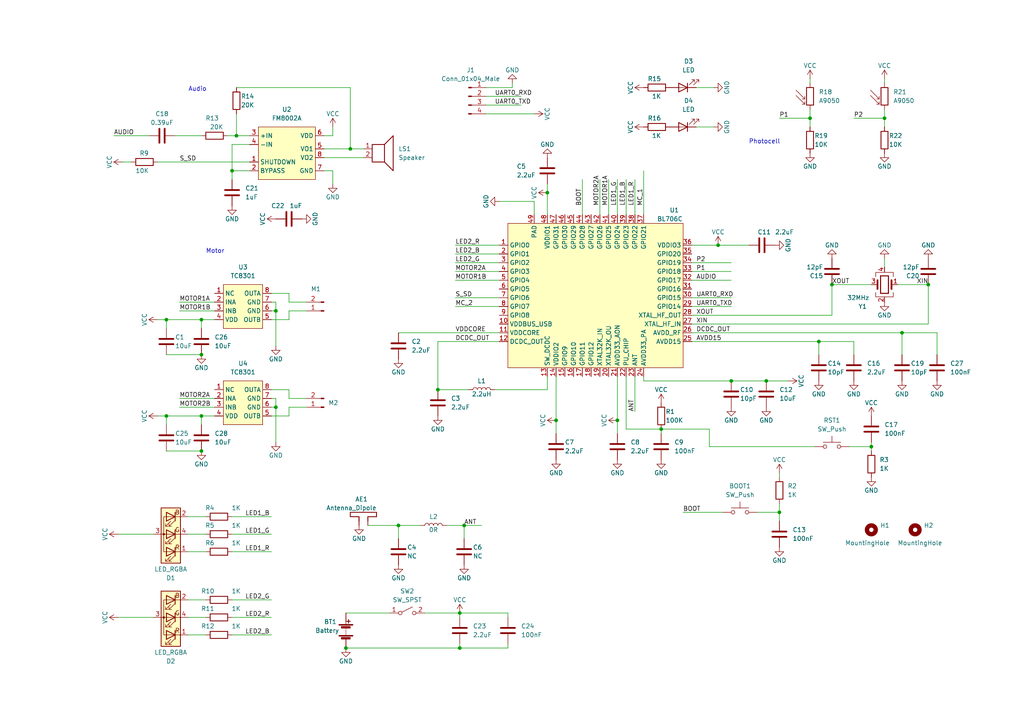
<source format=kicad_sch>
(kicad_sch (version 20211123) (generator eeschema)
  (paper "A4")
  (lib_symbols
    (symbol "BL702 Robot:8002B"
      (property "Reference" "U" (at 0 7.62 0))
      (property "Value" "8002B" (at 0 -11.43 0))
      (symbol "8002B_1_1"
        (pin passive line (at -10.16 -3.81 0) (length 2.54) (name "SHUTDOWN") (number "1"))
        (pin passive line (at -10.16 -6.35 0) (length 2.54) (name "BYPASS") (number "2"))
        (pin passive line (at -10.16 3.81 0) (length 2.54) (name "+IN") (number "3"))
        (pin passive line (at -10.16 1.27 0) (length 2.54) (name "-IN") (number "4"))
        (pin passive line (at 11.43 0 180) (length 2.54) (name "VO1") (number "5"))
        (pin passive line (at 11.43 3.81 180) (length 2.54) (name "VDD") (number "6"))
        (pin passive line (at 11.43 -6.35 180) (length 2.54) (name "GND") (number "7"))
        (pin passive line (at 11.43 -2.54 180) (length 2.54) (name "VO2") (number "8"))
      )
    )
    (symbol "BL706 Robot:TC8301"
      (property "Reference" "U" (at 0 6.35 0))
      (property "Value" "TC8301" (at 0 -8.89 0))
      (symbol "TC8301_1_1"
        (pin passive line (at -7.62 2.54 0) (length 2.54) (name "NC") (number "1"))
        (pin passive line (at -7.62 0 0) (length 2.54) (name "INA") (number "2"))
        (pin passive line (at -7.62 -2.54 0) (length 2.54) (name "INB") (number "3"))
        (pin passive line (at -7.62 -5.08 0) (length 2.54) (name "VDD") (number "4"))
        (pin passive line (at 8.89 -5.08 180) (length 2.54) (name "OUTB") (number "5"))
        (pin passive line (at 8.89 -2.54 180) (length 2.54) (name "GND") (number "6"))
        (pin passive line (at 8.89 0 180) (length 2.54) (name "GND") (number "7"))
        (pin passive line (at 8.89 2.54 180) (length 2.54) (name "OUTA") (number "8"))
      )
    )
    (symbol "BL706_Ethernet:BL706C"
      (property "Reference" "U1" (at 24.13 22.86 0))
      (property "Value" "BL706C" (at 22.86 20.32 0))
      (symbol "BL706C_1_1"
        (pin passive line (at -26.67 12.7 0) (length 2.54) (name "GPIO0") (number "1"))
        (pin passive line (at -26.67 -10.16 0) (length 2.54) (name "VDDBUS_USB") (number "10"))
        (pin passive line (at -26.67 -12.7 0) (length 2.54) (name "VDDCORE") (number "11"))
        (pin passive line (at -26.67 -15.24 0) (length 2.54) (name "DCDC_OUT") (number "12"))
        (pin passive line (at -12.7 -25.4 90) (length 2.54) (name "SW_DCDC") (number "13"))
        (pin passive line (at -10.16 -25.4 90) (length 2.54) (name "VDDIO2") (number "14"))
        (pin passive line (at -7.62 -25.4 90) (length 2.54) (name "GPIO9") (number "15"))
        (pin passive line (at -5.08 -25.4 90) (length 2.54) (name "GPIO10") (number "16"))
        (pin passive line (at -2.54 -25.4 90) (length 2.54) (name "GPIO11") (number "17"))
        (pin passive line (at 0 -25.4 90) (length 2.54) (name "GPIO12") (number "18"))
        (pin passive line (at 2.54 -25.4 90) (length 2.54) (name "XTAL32K_IN") (number "19"))
        (pin passive line (at -26.67 10.16 0) (length 2.54) (name "GPIO1") (number "2"))
        (pin passive line (at 5.08 -25.4 90) (length 2.54) (name "XTAL32K_OU") (number "20"))
        (pin passive line (at 7.62 -25.4 90) (length 2.54) (name "AVDD33_AON") (number "21"))
        (pin passive line (at 10.16 -25.4 90) (length 2.54) (name "PU_CHIP") (number "22"))
        (pin passive line (at 12.7 -25.4 90) (length 2.54) (name "ANT") (number "23"))
        (pin passive line (at 15.24 -25.4 90) (length 2.54) (name "AVDD33_PA") (number "24"))
        (pin passive line (at 29.21 -15.24 180) (length 2.54) (name "AVDD15") (number "25"))
        (pin passive line (at 29.21 -12.7 180) (length 2.54) (name "AVDD_RF") (number "26"))
        (pin passive line (at 29.21 -10.16 180) (length 2.54) (name "XTAL_HF_IN") (number "27"))
        (pin passive line (at 29.21 -7.62 180) (length 2.54) (name "XTAL_HF_OUT") (number "28"))
        (pin passive line (at 29.21 -5.08 180) (length 2.54) (name "GPIO14") (number "29"))
        (pin passive line (at -26.67 7.62 0) (length 2.54) (name "GPIO2") (number "3"))
        (pin passive line (at 29.21 -2.54 180) (length 2.54) (name "GPIO15") (number "30"))
        (pin passive line (at 29.21 0 180) (length 2.54) (name "GPIO16") (number "31"))
        (pin passive line (at 29.21 2.54 180) (length 2.54) (name "GPIO17") (number "32"))
        (pin passive line (at 29.21 5.08 180) (length 2.54) (name "GPIO18") (number "33"))
        (pin passive line (at 29.21 7.62 180) (length 2.54) (name "GPIO19") (number "34"))
        (pin passive line (at 29.21 10.16 180) (length 2.54) (name "GPIO20") (number "35"))
        (pin passive line (at 29.21 12.7 180) (length 2.54) (name "VDDIO3") (number "36"))
        (pin passive line (at 15.24 21.59 270) (length 2.54) (name "GPIO21") (number "37"))
        (pin passive line (at 12.7 21.59 270) (length 2.54) (name "GPIO22") (number "38"))
        (pin passive line (at 10.16 21.59 270) (length 2.54) (name "GPIO23") (number "39"))
        (pin passive line (at -26.67 5.08 0) (length 2.54) (name "GPIO3") (number "4"))
        (pin passive line (at 7.62 21.59 270) (length 2.54) (name "GPIO24") (number "40"))
        (pin passive line (at 5.08 21.59 270) (length 2.54) (name "GPIO25") (number "41"))
        (pin passive line (at 2.54 21.59 270) (length 2.54) (name "GPIO26") (number "42"))
        (pin passive line (at 0 21.59 270) (length 2.54) (name "GPIO27") (number "43"))
        (pin passive line (at -2.54 21.59 270) (length 2.54) (name "GPIO28") (number "44"))
        (pin passive line (at -5.08 21.59 270) (length 2.54) (name "GPIO29") (number "45"))
        (pin passive line (at -7.62 21.59 270) (length 2.54) (name "GPIO30") (number "46"))
        (pin passive line (at -10.16 21.59 270) (length 2.54) (name "GPIO31") (number "47"))
        (pin passive line (at -12.7 21.59 270) (length 2.54) (name "VDDIO1") (number "48"))
        (pin passive line (at -16.51 21.59 270) (length 2.54) (name "PAD") (number "49"))
        (pin passive line (at -26.67 2.54 0) (length 2.54) (name "GPIO4") (number "5"))
        (pin passive line (at -26.67 0 0) (length 2.54) (name "GPIO5") (number "6"))
        (pin passive line (at -26.67 -2.54 0) (length 2.54) (name "GPIO6") (number "7"))
        (pin passive line (at -26.67 -5.08 0) (length 2.54) (name "GPIO7") (number "8"))
        (pin passive line (at -26.67 -7.62 0) (length 2.54) (name "GPIO8") (number "9"))
      )
    )
    (symbol "Connector:Conn_01x02_Male" (pin_names (offset 1.016) hide)
      (property "Reference" "J" (at 0 2.54 0))
      (property "Value" "Conn_01x02_Male" (at 0 -5.08 0))
      (symbol "Conn_01x02_Male_1_1"
        (pin passive line (at 5.08 0 180) (length 3.81) (name "Pin_1") (number "1"))
        (pin passive line (at 5.08 -2.54 180) (length 3.81) (name "Pin_2") (number "2"))
      )
    )
    (symbol "Connector:Conn_01x04_Male" (pin_names (offset 1.016) hide)
      (property "Reference" "J" (at 0 5.08 0))
      (property "Value" "Conn_01x04_Male" (at 0 -7.62 0))
      (symbol "Conn_01x04_Male_1_1"
        (pin passive line (at 5.08 2.54 180) (length 3.81) (name "Pin_1") (number "1"))
        (pin passive line (at 5.08 0 180) (length 3.81) (name "Pin_2") (number "2"))
        (pin passive line (at 5.08 -2.54 180) (length 3.81) (name "Pin_3") (number "3"))
        (pin passive line (at 5.08 -5.08 180) (length 3.81) (name "Pin_4") (number "4"))
      )
    )
    (symbol "Device:Antenna_Dipole" (pin_numbers hide) (pin_names (offset 1.016) hide)
      (property "Reference" "AE" (at 1.27 1.27 0))
      (property "Value" "Antenna_Dipole" (at 1.27 0 0))
      (symbol "Antenna_Dipole_1_1"
        (pin input line (at 0 -5.08 90) (length 2.54) (name "~") (number "1"))
        (pin input line (at 2.54 -5.08 90) (length 2.54) (name "~") (number "2"))
      )
    )
    (symbol "Device:Battery" (pin_numbers hide) (pin_names (offset 0) hide)
      (property "Reference" "BT" (at 2.54 2.54 0))
      (property "Value" "Battery" (at 2.54 0 0))
      (symbol "Battery_1_1"
        (pin passive line (at 0 5.08 270) (length 2.54) (name "+") (number "1"))
        (pin passive line (at 0 -5.08 90) (length 2.54) (name "-") (number "2"))
      )
    )
    (symbol "Device:C" (pin_numbers hide) (pin_names (offset 0.254))
      (property "Reference" "C" (at 0.635 2.54 0))
      (property "Value" "C" (at 0.635 -2.54 0))
      (symbol "C_1_1"
        (pin passive line (at 0 3.81 270) (length 2.794) (name "~") (number "1"))
        (pin passive line (at 0 -3.81 90) (length 2.794) (name "~") (number "2"))
      )
    )
    (symbol "Device:Crystal_GND24" (pin_names (offset 1.016) hide)
      (property "Reference" "Y" (at 3.175 5.08 0))
      (property "Value" "Crystal_GND24" (at 3.175 3.175 0))
      (symbol "Crystal_GND24_1_1"
        (pin passive line (at -3.81 0 0) (length 1.27) (name "1") (number "1"))
        (pin passive line (at 0 5.08 270) (length 1.27) (name "2") (number "2"))
        (pin passive line (at 3.81 0 180) (length 1.27) (name "3") (number "3"))
        (pin passive line (at 0 -5.08 90) (length 1.27) (name "4") (number "4"))
      )
    )
    (symbol "Device:L" (pin_numbers hide) (pin_names (offset 1.016) hide)
      (property "Reference" "L" (at -1.27 0 90))
      (property "Value" "L" (at 1.905 0 90))
      (symbol "L_1_1"
        (pin passive line (at 0 3.81 270) (length 1.27) (name "1") (number "1"))
        (pin passive line (at 0 -3.81 90) (length 1.27) (name "2") (number "2"))
      )
    )
    (symbol "Device:LED" (pin_numbers hide) (pin_names (offset 1.016) hide)
      (property "Reference" "D" (at 0 2.54 0))
      (property "Value" "LED" (at 0 -2.54 0))
      (symbol "LED_1_1"
        (pin passive line (at -3.81 0 0) (length 2.54) (name "K") (number "1"))
        (pin passive line (at 3.81 0 180) (length 2.54) (name "A") (number "2"))
      )
    )
    (symbol "Device:LED_RGBA" (pin_names (offset 0) hide)
      (property "Reference" "D1" (at 0 12.7 0))
      (property "Value" "LED_RGBA" (at 0 10.16 0))
      (symbol "LED_RGBA_0_0"
        (text "B" (at -1.905 -6.35 0) (effects (font (size 1.27 1.27))))
        (text "G" (at -1.905 -1.27 0) (effects (font (size 1.27 1.27))))
        (text "R" (at -1.905 3.81 0) (effects (font (size 1.27 1.27))))
      )
      (symbol "LED_RGBA_1_1"
        (pin passive line (at -5.08 5.08 0) (length 2.54) (name "RK") (number "1"))
        (pin passive line (at -5.08 -5.08 0) (length 2.54) (name "BK") (number "2"))
        (pin passive line (at 5.08 0 180) (length 2.54) (name "A") (number "3"))
        (pin passive line (at -5.08 0 0) (length 2.54) (name "GK") (number "4"))
      )
    )
    (symbol "Device:R" (pin_numbers hide) (pin_names (offset 0))
      (property "Reference" "R" (at 2.032 0 90))
      (property "Value" "R" (at 0 0 90))
      (symbol "R_1_1"
        (pin passive line (at 0 3.81 270) (length 1.27) (name "~") (number "1"))
        (pin passive line (at 0 -3.81 90) (length 1.27) (name "~") (number "2"))
      )
    )
    (symbol "Device:Speaker" (pin_names (offset 0) hide)
      (property "Reference" "LS" (at 1.27 5.715 0))
      (property "Value" "Speaker" (at 1.27 3.81 0))
      (symbol "Speaker_1_1"
        (pin input line (at -5.08 0 0) (length 2.54) (name "1") (number "1"))
        (pin input line (at -5.08 -2.54 0) (length 2.54) (name "2") (number "2"))
      )
    )
    (symbol "Mechanical:MountingHole" (pin_names (offset 1.016))
      (property "Reference" "H" (at 0 5.08 0))
      (property "Value" "MountingHole" (at 0 3.175 0))
    )
    (symbol "Sensor_Optical:A9050" (pin_numbers hide) (pin_names (offset 0))
      (property "Reference" "R" (at -5.08 0 90))
      (property "Value" "A9050" (at 1.905 0 90))
      (symbol "A9050_1_1"
        (pin passive line (at 0 3.81 270) (length 1.27) (name "~") (number "1"))
        (pin passive line (at 0 -3.81 90) (length 1.27) (name "~") (number "2"))
      )
    )
    (symbol "Switch:SW_Push" (pin_numbers hide) (pin_names (offset 1.016) hide)
      (property "Reference" "SW" (at 1.27 2.54 0))
      (property "Value" "SW_Push" (at 0 -1.524 0))
      (symbol "SW_Push_0_1"
        (pin passive line (at -5.08 0 0) (length 2.54) (name "1") (number "1"))
        (pin passive line (at 5.08 0 180) (length 2.54) (name "2") (number "2"))
      )
    )
    (symbol "Switch:SW_SPST" (pin_names (offset 0) hide)
      (property "Reference" "SW" (at 0 3.175 0))
      (property "Value" "SW_SPST" (at 0 -2.54 0))
      (symbol "SW_SPST_1_1"
        (pin passive line (at -5.08 0 0) (length 2.54) (name "A") (number "1"))
        (pin passive line (at 5.08 0 180) (length 2.54) (name "B") (number "2"))
      )
    )
    (symbol "power:GND" (power) (pin_names (offset 0))
      (property "Value" "GND" (at 0 -3.81 0))
      (symbol "GND_1_1"
        (pin power_in line (at 0 0 270) (length 0) hide (name "GND") (number "1"))
      )
    )
    (symbol "power:VCC" (power) (pin_names (offset 0))
      (property "Value" "VCC" (at 0 3.81 0))
      (symbol "VCC_1_1"
        (pin power_in line (at 0 0 90) (length 0) hide (name "VCC") (number "1"))
      )
    )
  )
  (junction (at 127 113.03))
  (junction (at 234.95 34.29))
  (junction (at 58.42 120.65))
  (junction (at 115.57 152.4))
  (junction (at 68.58 39.37))
  (junction (at 191.77 124.46))
  (junction (at 58.42 130.81))
  (junction (at 133.35 187.96))
  (junction (at 80.01 118.11))
  (junction (at 252.73 129.54))
  (junction (at 269.24 82.55))
  (junction (at 100.33 187.96))
  (junction (at 226.06 148.59))
  (junction (at 212.09 110.49))
  (junction (at 261.62 96.52))
  (junction (at 133.35 177.8))
  (junction (at 134.62 152.4))
  (junction (at 101.6 43.18))
  (junction (at 80.01 90.17))
  (junction (at 158.75 55.88))
  (junction (at 67.31 49.53))
  (junction (at 48.26 120.65))
  (junction (at 208.28 71.12))
  (junction (at 179.07 121.92))
  (junction (at 58.42 102.87))
  (junction (at 237.49 99.06))
  (junction (at 58.42 92.71))
  (junction (at 222.25 110.49))
  (junction (at 48.26 92.71))
  (junction (at 241.3 82.55))
  (junction (at 161.29 121.92))
  (junction (at 256.54 34.29))
  (wire (pts (xy 181.61 109.22) (xy 181.61 124.46)))
  (wire (pts (xy 83.82 118.11) (xy 88.9 118.11)))
  (wire (pts (xy 234.95 34.29) (xy 234.95 31.75)))
  (wire (pts (xy 247.65 99.06) (xy 247.65 102.87)))
  (wire (pts (xy 132.08 76.2) (xy 144.78 76.2)))
  (wire (pts (xy 184.15 52.07) (xy 184.15 62.23)))
  (wire (pts (xy 45.72 92.71) (xy 48.26 92.71)))
  (wire (pts (xy 80.01 87.63) (xy 80.01 90.17)))
  (wire (pts (xy 115.57 96.52) (xy 144.78 96.52)))
  (wire (pts (xy 100.33 187.96) (xy 133.35 187.96)))
  (wire (pts (xy 68.58 33.02) (xy 68.58 39.37)))
  (wire (pts (xy 59.69 179.07) (xy 54.61 179.07)))
  (wire (pts (xy 198.12 148.59) (xy 209.55 148.59)))
  (wire (pts (xy 52.07 87.63) (xy 62.23 87.63)))
  (wire (pts (xy 226.06 148.59) (xy 226.06 151.13)))
  (wire (pts (xy 158.75 55.88) (xy 158.75 62.23)))
  (wire (pts (xy 200.66 91.44) (xy 241.3 91.44)))
  (wire (pts (xy 252.73 128.27) (xy 252.73 129.54)))
  (wire (pts (xy 80.01 90.17) (xy 78.74 90.17)))
  (wire (pts (xy 154.94 62.23) (xy 154.94 58.42)))
  (wire (pts (xy 200.66 78.74) (xy 212.09 78.74)))
  (wire (pts (xy 93.98 43.18) (xy 101.6 43.18)))
  (wire (pts (xy 48.26 130.81) (xy 58.42 130.81)))
  (wire (pts (xy 129.54 152.4) (xy 134.62 152.4)))
  (wire (pts (xy 106.68 152.4) (xy 115.57 152.4)))
  (wire (pts (xy 67.31 179.07) (xy 78.74 179.07)))
  (wire (pts (xy 67.31 149.86) (xy 78.74 149.86)))
  (wire (pts (xy 200.66 86.36) (xy 212.09 86.36)))
  (wire (pts (xy 127 99.06) (xy 144.78 99.06)))
  (wire (pts (xy 256.54 74.93) (xy 256.54 77.47)))
  (wire (pts (xy 115.57 152.4) (xy 115.57 156.21)))
  (wire (pts (xy 186.69 62.23) (xy 186.69 49.53)))
  (wire (pts (xy 261.62 96.52) (xy 261.62 102.87)))
  (wire (pts (xy 256.54 22.86) (xy 256.54 24.13)))
  (wire (pts (xy 147.32 177.8) (xy 147.32 179.07)))
  (wire (pts (xy 161.29 109.22) (xy 161.29 121.92)))
  (wire (pts (xy 132.08 88.9) (xy 144.78 88.9)))
  (wire (pts (xy 93.98 39.37) (xy 96.52 39.37)))
  (wire (pts (xy 179.07 52.07) (xy 179.07 62.23)))
  (wire (pts (xy 133.35 186.69) (xy 133.35 187.96)))
  (wire (pts (xy 101.6 43.18) (xy 105.41 43.18)))
  (wire (pts (xy 140.97 25.4) (xy 148.59 25.4)))
  (wire (pts (xy 33.02 39.37) (xy 43.18 39.37)))
  (wire (pts (xy 100.33 177.8) (xy 113.03 177.8)))
  (wire (pts (xy 59.69 173.99) (xy 54.61 173.99)))
  (wire (pts (xy 83.82 113.03) (xy 83.82 115.57)))
  (wire (pts (xy 269.24 93.98) (xy 269.24 82.55)))
  (wire (pts (xy 179.07 109.22) (xy 179.07 121.92)))
  (wire (pts (xy 154.94 58.42) (xy 144.78 58.42)))
  (wire (pts (xy 52.07 115.57) (xy 62.23 115.57)))
  (wire (pts (xy 247.65 34.29) (xy 256.54 34.29)))
  (wire (pts (xy 83.82 115.57) (xy 88.9 115.57)))
  (wire (pts (xy 191.77 124.46) (xy 191.77 125.73)))
  (wire (pts (xy 78.74 87.63) (xy 80.01 87.63)))
  (wire (pts (xy 133.35 187.96) (xy 147.32 187.96)))
  (wire (pts (xy 68.58 39.37) (xy 72.39 39.37)))
  (wire (pts (xy 134.62 152.4) (xy 139.7 152.4)))
  (wire (pts (xy 140.97 27.94) (xy 151.13 27.94)))
  (wire (pts (xy 200.66 96.52) (xy 261.62 96.52)))
  (wire (pts (xy 48.26 102.87) (xy 58.42 102.87)))
  (wire (pts (xy 208.28 71.12) (xy 217.17 71.12)))
  (wire (pts (xy 140.97 30.48) (xy 151.13 30.48)))
  (wire (pts (xy 34.29 179.07) (xy 44.45 179.07)))
  (wire (pts (xy 132.08 71.12) (xy 144.78 71.12)))
  (wire (pts (xy 181.61 124.46) (xy 191.77 124.46)))
  (wire (pts (xy 200.66 88.9) (xy 212.09 88.9)))
  (wire (pts (xy 200.66 99.06) (xy 237.49 99.06)))
  (wire (pts (xy 252.73 129.54) (xy 252.73 130.81)))
  (wire (pts (xy 148.59 25.4) (xy 148.59 24.13)))
  (wire (pts (xy 133.35 177.8) (xy 147.32 177.8)))
  (wire (pts (xy 58.42 120.65) (xy 58.42 123.19)))
  (wire (pts (xy 269.24 82.55) (xy 260.35 82.55)))
  (wire (pts (xy 158.75 113.03) (xy 143.51 113.03)))
  (wire (pts (xy 168.91 52.07) (xy 168.91 62.23)))
  (wire (pts (xy 237.49 99.06) (xy 247.65 99.06)))
  (wire (pts (xy 127 113.03) (xy 135.89 113.03)))
  (wire (pts (xy 66.04 39.37) (xy 68.58 39.37)))
  (wire (pts (xy 80.01 90.17) (xy 80.01 100.33)))
  (wire (pts (xy 226.06 34.29) (xy 234.95 34.29)))
  (wire (pts (xy 35.56 46.99) (xy 38.1 46.99)))
  (wire (pts (xy 234.95 22.86) (xy 234.95 24.13)))
  (wire (pts (xy 93.98 49.53) (xy 96.52 49.53)))
  (wire (pts (xy 176.53 52.07) (xy 176.53 62.23)))
  (wire (pts (xy 78.74 92.71) (xy 83.82 92.71)))
  (wire (pts (xy 271.78 96.52) (xy 271.78 102.87)))
  (wire (pts (xy 133.35 177.8) (xy 133.35 179.07)))
  (wire (pts (xy 205.74 129.54) (xy 205.74 124.46)))
  (wire (pts (xy 58.42 92.71) (xy 58.42 95.25)))
  (wire (pts (xy 200.66 93.98) (xy 269.24 93.98)))
  (wire (pts (xy 52.07 90.17) (xy 62.23 90.17)))
  (wire (pts (xy 59.69 149.86) (xy 54.61 149.86)))
  (wire (pts (xy 132.08 86.36) (xy 144.78 86.36)))
  (wire (pts (xy 59.69 160.02) (xy 54.61 160.02)))
  (wire (pts (xy 132.08 78.74) (xy 144.78 78.74)))
  (wire (pts (xy 237.49 99.06) (xy 237.49 102.87)))
  (wire (pts (xy 67.31 160.02) (xy 78.74 160.02)))
  (wire (pts (xy 80.01 118.11) (xy 78.74 118.11)))
  (wire (pts (xy 222.25 110.49) (xy 228.6 110.49)))
  (wire (pts (xy 67.31 173.99) (xy 78.74 173.99)))
  (wire (pts (xy 252.73 82.55) (xy 241.3 82.55)))
  (wire (pts (xy 132.08 73.66) (xy 144.78 73.66)))
  (wire (pts (xy 78.74 120.65) (xy 83.82 120.65)))
  (wire (pts (xy 83.82 90.17) (xy 88.9 90.17)))
  (wire (pts (xy 72.39 41.91) (xy 67.31 41.91)))
  (wire (pts (xy 158.75 109.22) (xy 158.75 113.03)))
  (wire (pts (xy 48.26 123.19) (xy 48.26 120.65)))
  (wire (pts (xy 67.31 49.53) (xy 67.31 52.07)))
  (wire (pts (xy 181.61 52.07) (xy 181.61 62.23)))
  (wire (pts (xy 200.66 81.28) (xy 212.09 81.28)))
  (wire (pts (xy 186.69 110.49) (xy 186.69 109.22)))
  (wire (pts (xy 173.99 52.07) (xy 173.99 62.23)))
  (wire (pts (xy 34.29 154.94) (xy 44.45 154.94)))
  (wire (pts (xy 83.82 92.71) (xy 83.82 90.17)))
  (wire (pts (xy 50.8 39.37) (xy 58.42 39.37)))
  (wire (pts (xy 59.69 184.15) (xy 54.61 184.15)))
  (wire (pts (xy 234.95 36.83) (xy 234.95 34.29)))
  (wire (pts (xy 45.72 120.65) (xy 48.26 120.65)))
  (wire (pts (xy 78.74 85.09) (xy 83.82 85.09)))
  (wire (pts (xy 83.82 85.09) (xy 83.82 87.63)))
  (wire (pts (xy 226.06 146.05) (xy 226.06 148.59)))
  (wire (pts (xy 256.54 36.83) (xy 256.54 34.29)))
  (wire (pts (xy 45.72 46.99) (xy 72.39 46.99)))
  (wire (pts (xy 184.15 109.22) (xy 184.15 119.38)))
  (wire (pts (xy 96.52 49.53) (xy 96.52 53.34)))
  (wire (pts (xy 212.09 110.49) (xy 222.25 110.49)))
  (wire (pts (xy 67.31 41.91) (xy 67.31 49.53)))
  (wire (pts (xy 58.42 120.65) (xy 62.23 120.65)))
  (wire (pts (xy 101.6 25.4) (xy 68.58 25.4)))
  (wire (pts (xy 48.26 92.71) (xy 58.42 92.71)))
  (wire (pts (xy 127 99.06) (xy 127 113.03)))
  (wire (pts (xy 93.98 45.72) (xy 105.41 45.72)))
  (wire (pts (xy 132.08 81.28) (xy 144.78 81.28)))
  (wire (pts (xy 96.52 39.37) (xy 96.52 36.83)))
  (wire (pts (xy 241.3 91.44) (xy 241.3 82.55)))
  (wire (pts (xy 67.31 184.15) (xy 78.74 184.15)))
  (wire (pts (xy 147.32 187.96) (xy 147.32 186.69)))
  (wire (pts (xy 261.62 96.52) (xy 271.78 96.52)))
  (wire (pts (xy 186.69 110.49) (xy 212.09 110.49)))
  (wire (pts (xy 207.01 25.4) (xy 201.93 25.4)))
  (wire (pts (xy 246.38 129.54) (xy 252.73 129.54)))
  (wire (pts (xy 207.01 36.83) (xy 201.93 36.83)))
  (wire (pts (xy 101.6 43.18) (xy 101.6 25.4)))
  (wire (pts (xy 256.54 34.29) (xy 256.54 31.75)))
  (wire (pts (xy 134.62 152.4) (xy 134.62 156.21)))
  (wire (pts (xy 83.82 87.63) (xy 88.9 87.63)))
  (wire (pts (xy 219.71 148.59) (xy 226.06 148.59)))
  (wire (pts (xy 78.74 113.03) (xy 83.82 113.03)))
  (wire (pts (xy 48.26 95.25) (xy 48.26 92.71)))
  (wire (pts (xy 52.07 118.11) (xy 62.23 118.11)))
  (wire (pts (xy 67.31 154.94) (xy 78.74 154.94)))
  (wire (pts (xy 158.75 53.34) (xy 158.75 55.88)))
  (wire (pts (xy 123.19 177.8) (xy 133.35 177.8)))
  (wire (pts (xy 67.31 49.53) (xy 72.39 49.53)))
  (wire (pts (xy 78.74 115.57) (xy 80.01 115.57)))
  (wire (pts (xy 80.01 115.57) (xy 80.01 118.11)))
  (wire (pts (xy 48.26 120.65) (xy 58.42 120.65)))
  (wire (pts (xy 161.29 121.92) (xy 161.29 125.73)))
  (wire (pts (xy 83.82 120.65) (xy 83.82 118.11)))
  (wire (pts (xy 200.66 71.12) (xy 208.28 71.12)))
  (wire (pts (xy 205.74 124.46) (xy 191.77 124.46)))
  (wire (pts (xy 200.66 76.2) (xy 212.09 76.2)))
  (wire (pts (xy 80.01 118.11) (xy 80.01 128.27)))
  (wire (pts (xy 121.92 152.4) (xy 115.57 152.4)))
  (wire (pts (xy 59.69 154.94) (xy 54.61 154.94)))
  (wire (pts (xy 226.06 137.16) (xy 226.06 138.43)))
  (wire (pts (xy 154.94 33.02) (xy 140.97 33.02)))
  (wire (pts (xy 205.74 129.54) (xy 236.22 129.54)))
  (wire (pts (xy 58.42 92.71) (xy 62.23 92.71)))
  (wire (pts (xy 179.07 121.92) (xy 179.07 125.73)))
  (text "Photocell" (at 217.17 41.91 0) (effects (font (size 1.27 1.27)) (justify left bottom)))
  (text "Audio" (at 54.61 26.67 0) (effects (font (size 1.27 1.27)) (justify left bottom)))
  (text "Motor" (at 59.69 73.66 0) (effects (font (size 1.27 1.27)) (justify left bottom)))
  (label "MOTOR2A" (at 173.99 59.69 90))
  (label "MOTOR1B" (at 52.07 90.17 0))
  (label "MOTOR1A" (at 176.53 59.69 90))
  (label "LED1_G" (at 179.07 59.69 90))
  (label "ANT" (at 134.62 152.4 0))
  (label "MOTOR2A" (at 52.07 115.57 0))
  (label "UART0_TXD" (at 201.93 88.9 0))
  (label "P1" (at 226.06 34.29 0))
  (label "LED2_B" (at 71.12 184.15 0))
  (label "MOTOR1B" (at 132.08 81.28 0))
  (label "LED2_G" (at 132.08 76.2 0))
  (label "UART0_RXD" (at 201.93 86.36 0))
  (label "P2" (at 201.93 76.2 0))
  (label "LED1_R" (at 184.15 59.69 90))
  (label "AUDIO" (at 33.02 39.37 0))
  (label "LED2_B" (at 132.08 73.66 0))
  (label "AVDD15" (at 201.93 99.06 0))
  (label "P2" (at 247.65 34.29 0))
  (label "ANT" (at 184.15 119.38 90))
  (label "MC_1" (at 186.69 59.69 90))
  (label "XIN" (at 269.24 82.55 180))
  (label "UART0_TXD" (at 143.51 30.48 0))
  (label "MOTOR1A" (at 52.07 87.63 0))
  (label "MOTOR2B" (at 52.07 118.11 0))
  (label "DCDC_OUT" (at 132.08 99.06 0))
  (label "MOTOR2A" (at 132.08 78.74 0))
  (label "BOOT" (at 198.12 148.59 0))
  (label "MC_2" (at 132.08 88.9 0))
  (label "S_SD" (at 132.08 86.36 0))
  (label "LED2_R" (at 71.12 179.07 0))
  (label "LED1_B" (at 71.12 149.86 0))
  (label "UART0_RXD" (at 143.51 27.94 0))
  (label "LED1_R" (at 71.12 160.02 0))
  (label "S_SD" (at 52.07 46.99 0))
  (label "VDDCORE" (at 132.08 96.52 0))
  (label "P1" (at 201.93 78.74 0))
  (label "XIN" (at 201.93 93.98 0))
  (label "XOUT" (at 246.38 82.55 180))
  (label "LED1_B" (at 181.61 59.69 90))
  (label "LED2_R" (at 132.08 71.12 0))
  (label "DCDC_OUT" (at 201.93 96.52 0))
  (label "LED1_G" (at 71.12 154.94 0))
  (label "BOOT" (at 168.91 59.69 90))
  (label "LED2_G" (at 71.12 173.99 0))
  (label "XOUT" (at 201.93 91.44 0))
  (label "AUDIO" (at 201.93 81.28 0))
  (symbol (lib_id "Device:C") (at 237.49 106.68 0) (unit 1)
    (property "Reference" "C14" (at 240.03 105.41 0) (effects (justify left)))
    (property "Value" "10pF" (at 240.03 107.95 0) (effects (justify left)))
    (property "Footprint" "Capacitor_SMD:C_0402_1005Metric" (effects hide))
    (property "LCSC PN" "C32949" (effects hide))
  )
  (symbol (lib_id "power:GND") (at 224.79 71.12 90) (unit 1)
    (property "Reference" "#PWR033" (effects hide))
    (property "Value" "GND" (at 228.6 71.12 0))
  )
  (symbol (lib_id "Sensor_Optical:A9050") (at 256.54 27.94 0) (unit 1)
    (property "Reference" "R21" (at 259.08 26.6699 0) (effects (justify left)))
    (property "Value" "A9050" (at 259.08 29.2099 0) (effects (justify left)))
    (property "Footprint" "OptoDevice:R_LDR_5.0x4.1mm_P3mm_Vertical" (effects hide))
    (property "Datasheet" "http://cdn-reichelt.de/documents/datenblatt/A500/A90xxxx%23PE.pdf" (effects hide))
  )
  (symbol (lib_id "power:GND") (at 191.77 133.35 0) (unit 1)
    (property "Reference" "#PWR028" (effects hide))
    (property "Value" "GND" (at 191.77 137.16 0))
  )
  (symbol (lib_id "power:GND") (at 161.29 133.35 0) (unit 1)
    (property "Reference" "#PWR020" (effects hide))
    (property "Value" "GND" (at 161.29 137.16 0))
  )
  (symbol (lib_id "Device:R") (at 63.5 184.15 90) (unit 1)
    (property "Reference" "R12" (at 62.23 181.61 90) (effects (justify left)))
    (property "Value" "1K" (at 69.85 181.61 90) (effects (justify left)))
    (property "Footprint" "Resistor_SMD:R_0402_1005Metric" (effects hide))
    (property "LCSC PN" "C11702" (effects hide))
  )
  (symbol (lib_id "power:GND") (at 80.01 100.33 0) (unit 1)
    (property "Reference" "#PWR023" (effects hide))
    (property "Value" "GND" (at 80.01 104.14 0))
  )
  (symbol (lib_id "BL702 Robot:8002B") (at 82.55 43.18 0) (unit 1)
    (property "Reference" "U2" (at 83.185 31.75 0))
    (property "Value" "FM8002A" (at 83.185 34.29 0))
    (property "Footprint" "Package_SO:SOP-8_3.9x4.9mm_P1.27mm" (effects hide))
    (property "LCSC" "C94625" (effects hide))
  )
  (symbol (lib_id "Device:C") (at 220.98 71.12 270) (unit 1)
    (property "Reference" "C11" (at 219.71 67.31 90) (effects (justify left)))
    (property "Value" "2.2uF" (at 224.79 67.31 90) (effects (justify left)))
    (property "Footprint" "Capacitor_SMD:C_0402_1005Metric" (effects hide))
    (property "LCSC PN" "C12530" (effects hide))
  )
  (symbol (lib_id "power:GND") (at 207.01 36.83 90) (unit 1)
    (property "Reference" "#PWR040" (effects hide))
    (property "Value" "GND" (at 210.82 36.83 0))
  )
  (symbol (lib_id "Device:R") (at 41.91 46.99 90) (unit 1)
    (property "Reference" "R9" (at 43.18 44.45 90) (effects (justify left)))
    (property "Value" "10K" (at 43.18 49.53 90) (effects (justify left)))
    (property "Footprint" "Resistor_SMD:R_0402_1005Metric" (effects hide))
    (property "LCSC PN" "C25744" (effects hide))
  )
  (symbol (lib_id "Device:L") (at 125.73 152.4 90) (unit 1)
    (property "Reference" "L2" (at 125.73 149.86 90))
    (property "Value" "0R" (at 125.73 153.67 90))
    (property "Footprint" "Inductor_SMD:L_0402_1005Metric" (effects hide))
  )
  (symbol (lib_id "Device:R") (at 63.5 154.94 90) (unit 1)
    (property "Reference" "R5" (at 62.23 152.4 90) (effects (justify left)))
    (property "Value" "1K" (at 69.85 152.4 90) (effects (justify left)))
    (property "Footprint" "Resistor_SMD:R_0402_1005Metric" (effects hide))
    (property "LCSC PN" "C11702" (effects hide))
  )
  (symbol (lib_id "Device:R") (at 234.95 40.64 0) (unit 1)
    (property "Reference" "R19" (at 236.22 39.37 0) (effects (justify left)))
    (property "Value" "10K" (at 236.22 41.91 0) (effects (justify left)))
    (property "Footprint" "Resistor_SMD:R_0402_1005Metric" (effects hide))
    (property "LCSC PN" "C25744" (effects hide))
  )
  (symbol (lib_id "power:GND") (at 115.57 104.14 0) (unit 1)
    (property "Reference" "#PWR07" (effects hide))
    (property "Value" "GND" (at 115.57 107.95 0))
  )
  (symbol (lib_id "Device:C") (at 134.62 160.02 0) (unit 1)
    (property "Reference" "C6" (at 137.16 158.75 0) (effects (justify left)))
    (property "Value" "NC" (at 137.16 161.29 0) (effects (justify left)))
    (property "Footprint" "Capacitor_SMD:C_0402_1005Metric" (effects hide))
  )
  (symbol (lib_id "Device:C") (at 48.26 127 0) (unit 1)
    (property "Reference" "C25" (at 50.8 125.73 0) (effects (justify left)))
    (property "Value" "10uF" (at 50.8 128.27 0) (effects (justify left)))
    (property "Footprint" "Capacitor_SMD:C_0603_1608Metric" (effects hide))
    (property "LCSC PN" "C96446" (effects hide))
  )
  (symbol (lib_id "power:GND") (at 234.95 44.45 0) (unit 1)
    (property "Reference" "#PWR051" (effects hide))
    (property "Value" "GND" (at 234.95 48.26 0))
  )
  (symbol (lib_id "power:VCC") (at 34.29 179.07 90) (unit 1)
    (property "Reference" "#PWR03" (effects hide))
    (property "Value" "VCC" (at 30.48 179.07 0))
  )
  (symbol (lib_id "Device:R") (at 190.5 25.4 90) (unit 1)
    (property "Reference" "R15" (at 191.77 22.86 90) (effects (justify left)))
    (property "Value" "1K" (at 191.77 27.94 90) (effects (justify left)))
    (property "Footprint" "Resistor_SMD:R_0402_1005Metric" (effects hide))
    (property "LCSC PN" "C11702" (effects hide))
  )
  (symbol (lib_id "Device:R") (at 226.06 142.24 180) (unit 1)
    (property "Reference" "R2" (at 231.14 140.97 0) (effects (justify left)))
    (property "Value" "1K" (at 231.14 143.51 0) (effects (justify left)))
    (property "Footprint" "Resistor_SMD:R_0402_1005Metric" (effects hide))
    (property "LCSC PN" "C11702" (effects hide))
  )
  (symbol (lib_id "Device:C") (at 179.07 129.54 0) (unit 1)
    (property "Reference" "C8" (at 182.88 128.2699 0) (effects (justify left)))
    (property "Value" "2.2uF" (at 182.88 130.8099 0) (effects (justify left)))
    (property "Footprint" "Capacitor_SMD:C_0402_1005Metric" (effects hide))
    (property "LCSC PN" "C12530" (effects hide))
  )
  (symbol (lib_id "power:GND") (at 261.62 110.49 0) (unit 1)
    (property "Reference" "#PWR049" (effects hide))
    (property "Value" "GND" (at 261.62 114.3 0))
  )
  (symbol (lib_id "power:GND") (at 104.14 152.4 0) (unit 1)
    (property "Reference" "#PWR036" (effects hide))
    (property "Value" "GND" (at 104.14 156.21 0))
  )
  (symbol (lib_id "power:VCC") (at 179.07 121.92 90) (unit 1)
    (property "Reference" "#PWR0103" (effects hide))
    (property "Value" "VCC" (at 175.26 121.92 0))
  )
  (symbol (lib_id "power:GND") (at 144.78 58.42 270) (unit 1)
    (property "Reference" "#PWR010" (effects hide))
    (property "Value" "GND" (at 140.97 58.42 0))
  )
  (symbol (lib_id "Device:C") (at 46.99 39.37 90) (unit 1)
    (property "Reference" "C18" (at 46.99 33.02 90))
    (property "Value" "0.39uF" (at 46.99 35.56 90))
    (property "Footprint" "Capacitor_SMD:C_0603_1608Metric" (effects hide))
  )
  (symbol (lib_id "Device:R") (at 191.77 120.65 0) (unit 1)
    (property "Reference" "R1" (at 193.04 119.38 0) (effects (justify left)))
    (property "Value" "100K" (at 193.04 121.92 0) (effects (justify left)))
    (property "Footprint" "Resistor_SMD:R_0402_1005Metric" (effects hide))
    (property "LCSC PN" "C25744" (effects hide))
  )
  (symbol (lib_id "power:VCC") (at 186.69 36.83 90) (unit 1)
    (property "Reference" "#PWR027" (effects hide))
    (property "Value" "VCC" (at 182.88 36.83 0))
  )
  (symbol (lib_id "power:VCC") (at 191.77 116.84 0) (unit 1)
    (property "Reference" "#PWR0101" (effects hide))
    (property "Value" "VCC" (at 191.77 113.03 0))
  )
  (symbol (lib_id "power:GND") (at 241.3 74.93 180) (unit 1)
    (property "Reference" "#PWR041" (effects hide))
    (property "Value" "GND" (at 241.3 71.12 0))
  )
  (symbol (lib_id "Device:R") (at 190.5 36.83 90) (unit 1)
    (property "Reference" "R16" (at 191.77 34.29 90) (effects (justify left)))
    (property "Value" "1K" (at 191.77 39.37 90) (effects (justify left)))
    (property "Footprint" "Resistor_SMD:R_0402_1005Metric" (effects hide))
    (property "LCSC PN" "C11702" (effects hide))
  )
  (symbol (lib_id "power:GND") (at 115.57 163.83 0) (unit 1)
    (property "Reference" "#PWR09" (effects hide))
    (property "Value" "GND" (at 115.57 167.64 0))
  )
  (symbol (lib_id "power:GND") (at 212.09 118.11 0) (unit 1)
    (property "Reference" "#PWR031" (effects hide))
    (property "Value" "GND" (at 212.09 121.92 0))
  )
  (symbol (lib_id "power:GND") (at 256.54 74.93 180) (unit 1)
    (property "Reference" "#PWR045" (effects hide))
    (property "Value" "GND" (at 256.54 71.12 0))
  )
  (symbol (lib_id "power:GND") (at 252.73 138.43 0) (unit 1)
    (property "Reference" "#PWR044" (effects hide))
    (property "Value" "GND" (at 252.73 142.24 0))
  )
  (symbol (lib_id "Mechanical:MountingHole") (at 265.43 153.67 0) (unit 1)
    (property "Reference" "H2" (at 267.97 152.3999 0) (effects (justify left)))
    (property "Value" "MountingHole" (at 260.35 157.48 0) (effects (justify left)))
    (property "Footprint" "MountingHole:MountingHole_3mm" (effects hide))
  )
  (symbol (lib_id "power:GND") (at 247.65 110.49 0) (unit 1)
    (property "Reference" "#PWR042" (effects hide))
    (property "Value" "GND" (at 247.65 114.3 0))
  )
  (symbol (lib_id "Connector:Conn_01x02_Male") (at 93.98 118.11 180) (unit 1)
    (property "Reference" "M2" (at 95.25 116.8399 0) (effects (justify right)))
    (property "Value" "Conn_01x02_Male" (effects hide))
    (property "Footprint" "Connector_JST:JST_XH_B2B-XH-A_1x02_P2.50mm_Vertical" (effects hide))
    (property "LCSC" "C158012" (effects hide))
  )
  (symbol (lib_id "BL706 Robot:TC8301") (at 69.85 87.63 0) (unit 1)
    (property "Reference" "U3" (at 70.485 77.47 0))
    (property "Value" "TC8301" (at 70.485 80.01 0))
  )
  (symbol (lib_id "Device:R") (at 63.5 160.02 90) (unit 1)
    (property "Reference" "R6" (at 62.23 157.48 90) (effects (justify left)))
    (property "Value" "1K" (at 69.85 157.48 90) (effects (justify left)))
    (property "Footprint" "Resistor_SMD:R_0402_1005Metric" (effects hide))
    (property "LCSC PN" "C11702" (effects hide))
  )
  (symbol (lib_id "Device:C") (at 58.42 99.06 0) (unit 1)
    (property "Reference" "C26" (at 62.23 97.7899 0) (effects (justify left)))
    (property "Value" "10uF" (at 62.23 100.3299 0) (effects (justify left)))
    (property "Footprint" "Capacitor_SMD:C_0603_1608Metric" (effects hide))
    (property "LCSC PN" "C96446" (effects hide))
  )
  (symbol (lib_id "Device:C") (at 115.57 100.33 0) (unit 1)
    (property "Reference" "C2" (at 119.38 99.0599 0) (effects (justify left)))
    (property "Value" "2.2uF" (at 119.38 101.5999 0) (effects (justify left)))
    (property "Footprint" "Capacitor_SMD:C_0402_1005Metric" (effects hide))
    (property "LCSC PN" "C12530" (effects hide))
  )
  (symbol (lib_id "Device:LED") (at 198.12 25.4 180) (unit 1)
    (property "Reference" "D3" (at 199.7075 17.78 0))
    (property "Value" "LED" (at 199.7075 20.32 0))
    (property "Footprint" "LED_THT:LED_D3.0mm_Horizontal_O1.27mm_Z2.0mm" (effects hide))
  )
  (symbol (lib_id "Device:Antenna_Dipole") (at 106.68 147.32 0) (mirror y) (unit 1)
    (property "Reference" "AE1" (at 106.68 144.78 0) (effects (justify left)))
    (property "Value" "Antenna_Dipole" (at 109.22 147.32 0) (effects (justify left)))
    (property "Footprint" "RF_Antenna:Texas_SWRA117D_2.4GHz_Right" (effects hide))
  )
  (symbol (lib_id "power:GND") (at 127 120.65 0) (unit 1)
    (property "Reference" "#PWR08" (effects hide))
    (property "Value" "GND" (at 127 124.46 0))
  )
  (symbol (lib_id "Device:Speaker") (at 110.49 43.18 0) (unit 1)
    (property "Reference" "LS1" (at 115.57 43.1799 0) (effects (justify left)))
    (property "Value" "Speaker" (at 115.57 45.7199 0) (effects (justify left)))
    (property "Footprint" "Connector_JST:JST_XH_B2B-XH-A_1x02_P2.50mm_Vertical" (effects hide))
    (property "LCSC" "C158012" (effects hide))
  )
  (symbol (lib_id "Device:LED_RGBA") (at 49.53 154.94 180) (unit 1)
    (property "Reference" "D1" (at 49.53 167.64 0))
    (property "Value" "LED_RGBA" (at 49.53 165.1 0))
    (property "Footprint" "USB A SMD PAD:FM-B2020RGBA-HG" (effects hide))
    (property "LCSC PN" "C108793" (effects hide))
  )
  (symbol (lib_id "Device:C") (at 222.25 114.3 0) (unit 1)
    (property "Reference" "C12" (at 226.06 113.0299 0) (effects (justify left)))
    (property "Value" "10uF" (at 226.06 115.5699 0) (effects (justify left)))
    (property "Footprint" "Capacitor_SMD:C_0603_1608Metric" (effects hide))
    (property "LCSC PN" "C96446" (effects hide))
  )
  (symbol (lib_id "Device:R") (at 62.23 39.37 90) (unit 1)
    (property "Reference" "R13" (at 63.5 34.29 90) (effects (justify left)))
    (property "Value" "20K" (at 64.77 36.83 90) (effects (justify left)))
    (property "Footprint" "Resistor_SMD:R_0402_1005Metric" (effects hide))
    (property "LCSC PN" "C25765" (effects hide))
  )
  (symbol (lib_id "power:VCC") (at 252.73 120.65 0) (unit 1)
    (property "Reference" "#PWR0105" (effects hide))
    (property "Value" "VCC" (at 252.73 116.84 0))
  )
  (symbol (lib_id "power:GND") (at 256.54 44.45 0) (unit 1)
    (property "Reference" "#PWR055" (effects hide))
    (property "Value" "GND" (at 256.54 48.26 0))
  )
  (symbol (lib_id "Device:C") (at 247.65 106.68 0) (unit 1)
    (property "Reference" "C16" (at 251.46 105.4099 0) (effects (justify left)))
    (property "Value" "2.2uF" (at 251.46 107.9499 0) (effects (justify left)))
    (property "Footprint" "Capacitor_SMD:C_0402_1005Metric" (effects hide))
    (property "LCSC PN" "C12530" (effects hide))
  )
  (symbol (lib_id "Device:C") (at 269.24 78.74 180) (unit 1)
    (property "Reference" "C20" (at 266.7 80.01 0) (effects (justify left)))
    (property "Value" "12pF" (at 266.7 77.47 0) (effects (justify left)))
    (property "Footprint" "Capacitor_SMD:C_0402_1005Metric" (effects hide))
    (property "LCSC PN" "C1547" (effects hide))
  )
  (symbol (lib_id "power:GND") (at 207.01 25.4 90) (unit 1)
    (property "Reference" "#PWR038" (effects hide))
    (property "Value" "GND" (at 210.82 25.4 0))
  )
  (symbol (lib_id "power:GND") (at 67.31 59.69 0) (unit 1)
    (property "Reference" "#PWR014" (effects hide))
    (property "Value" "GND" (at 67.31 63.5 0))
  )
  (symbol (lib_id "power:GND") (at 96.52 53.34 0) (unit 1)
    (property "Reference" "#PWR021" (effects hide))
    (property "Value" "GND" (at 96.52 57.15 0))
  )
  (symbol (lib_id "power:GND") (at 269.24 74.93 180) (unit 1)
    (property "Reference" "#PWR057" (effects hide))
    (property "Value" "GND" (at 269.24 71.12 0))
  )
  (symbol (lib_id "Device:R") (at 63.5 149.86 90) (unit 1)
    (property "Reference" "R4" (at 62.23 147.32 90) (effects (justify left)))
    (property "Value" "1K" (at 69.85 147.32 90) (effects (justify left)))
    (property "Footprint" "Resistor_SMD:R_0402_1005Metric" (effects hide))
    (property "LCSC PN" "C11702" (effects hide))
  )
  (symbol (lib_id "power:GND") (at 134.62 163.83 0) (unit 1)
    (property "Reference" "#PWR012" (effects hide))
    (property "Value" "GND" (at 134.62 167.64 0))
  )
  (symbol (lib_id "Device:C") (at 58.42 127 0) (unit 1)
    (property "Reference" "C28" (at 62.23 125.7299 0) (effects (justify left)))
    (property "Value" "10uF" (at 62.23 128.2699 0) (effects (justify left)))
    (property "Footprint" "Capacitor_SMD:C_0603_1608Metric" (effects hide))
    (property "LCSC PN" "C96446" (effects hide))
  )
  (symbol (lib_id "power:VCC") (at 208.28 71.12 0) (unit 1)
    (property "Reference" "#PWR0108" (effects hide))
    (property "Value" "VCC" (at 208.28 67.31 0))
  )
  (symbol (lib_id "Device:C") (at 261.62 106.68 0) (unit 1)
    (property "Reference" "C19" (at 264.16 105.41 0) (effects (justify left)))
    (property "Value" "10pF" (at 264.16 107.95 0) (effects (justify left)))
    (property "Footprint" "Capacitor_SMD:C_0402_1005Metric" (effects hide))
    (property "LCSC PN" "C32949" (effects hide))
  )
  (symbol (lib_id "Device:C") (at 161.29 129.54 0) (unit 1)
    (property "Reference" "C7" (at 163.83 128.27 0) (effects (justify left)))
    (property "Value" "2.2uF" (at 163.83 130.81 0) (effects (justify left)))
    (property "Footprint" "Capacitor_SMD:C_0402_1005Metric" (effects hide))
    (property "LCSC PN" "C12530" (effects hide))
  )
  (symbol (lib_id "Device:C") (at 241.3 78.74 180) (unit 1)
    (property "Reference" "C15" (at 238.76 80.01 0) (effects (justify left)))
    (property "Value" "12pF" (at 238.76 77.47 0) (effects (justify left)))
    (property "Footprint" "Capacitor_SMD:C_0402_1005Metric" (effects hide))
  )
  (symbol (lib_id "Device:C") (at 191.77 129.54 0) (unit 1)
    (property "Reference" "C9" (at 195.58 128.2699 0) (effects (justify left)))
    (property "Value" "100nF" (at 195.58 130.81 0) (effects (justify left)))
    (property "Footprint" "Capacitor_SMD:C_0402_1005Metric" (effects hide))
    (property "LCSC PN" "C307331" (effects hide))
  )
  (symbol (lib_id "Device:C") (at 271.78 106.68 0) (unit 1)
    (property "Reference" "C27" (at 275.59 105.4099 0) (effects (justify left)))
    (property "Value" "100nF" (at 275.59 107.9499 0) (effects (justify left)))
    (property "Footprint" "Capacitor_SMD:C_0402_1005Metric" (effects hide))
    (property "LCSC PN" "C307331" (effects hide))
  )
  (symbol (lib_id "power:GND") (at 100.33 187.96 0) (unit 1)
    (property "Reference" "#PWR022" (effects hide))
    (property "Value" "GND" (at 100.33 191.77 0))
  )
  (symbol (lib_id "Device:R") (at 252.73 134.62 180) (unit 1)
    (property "Reference" "R3" (at 257.81 133.35 0) (effects (justify left)))
    (property "Value" "1K" (at 257.81 135.89 0) (effects (justify left)))
    (property "Footprint" "Resistor_SMD:R_0402_1005Metric" (effects hide))
    (property "LCSC PN" "C11702" (effects hide))
  )
  (symbol (lib_id "power:VCC") (at 161.29 121.92 90) (unit 1)
    (property "Reference" "#PWR0102" (effects hide))
    (property "Value" "VCC" (at 157.48 121.92 0))
  )
  (symbol (lib_id "power:GND") (at 222.25 118.11 0) (unit 1)
    (property "Reference" "#PWR032" (effects hide))
    (property "Value" "GND" (at 222.25 121.92 0))
  )
  (symbol (lib_id "power:VCC") (at 226.06 137.16 0) (unit 1)
    (property "Reference" "#PWR0106" (effects hide))
    (property "Value" "VCC" (at 226.06 133.35 0))
  )
  (symbol (lib_id "power:VCC") (at 34.29 154.94 90) (unit 1)
    (property "Reference" "#PWR02" (effects hide))
    (property "Value" "VCC" (at 30.48 154.94 0))
  )
  (symbol (lib_id "Device:LED") (at 198.12 36.83 180) (unit 1)
    (property "Reference" "D4" (at 199.7075 29.21 0))
    (property "Value" "LED" (at 199.7075 31.75 0))
    (property "Footprint" "LED_THT:LED_D3.0mm_Horizontal_O1.27mm_Z2.0mm" (effects hide))
  )
  (symbol (lib_id "power:GND") (at 58.42 130.81 0) (unit 1)
    (property "Reference" "#PWR019" (effects hide))
    (property "Value" "GND" (at 58.42 134.62 0))
  )
  (symbol (lib_id "BL706 Robot:TC8301") (at 69.85 115.57 0) (unit 1)
    (property "Reference" "U4" (at 70.485 105.41 0))
    (property "Value" "TC8301" (at 70.485 107.95 0))
  )
  (symbol (lib_id "Device:C") (at 83.82 63.5 90) (unit 1)
    (property "Reference" "C22" (at 82.55 59.69 90) (effects (justify left)))
    (property "Value" "1uF" (at 87.63 59.69 90) (effects (justify left)))
    (property "Footprint" "Capacitor_SMD:C_0603_1608Metric" (effects hide))
  )
  (symbol (lib_id "Device:C") (at 133.35 182.88 0) (unit 1)
    (property "Reference" "C23" (at 137.16 181.6099 0) (effects (justify left)))
    (property "Value" "2.2uF" (at 137.16 184.1499 0) (effects (justify left)))
    (property "Footprint" "Capacitor_SMD:C_0402_1005Metric" (effects hide))
    (property "LCSC PN" "C12530" (effects hide))
  )
  (symbol (lib_id "power:VCC") (at 45.72 92.71 90) (unit 1)
    (property "Reference" "#PWR05" (effects hide))
    (property "Value" "VCC" (at 41.91 92.71 0))
  )
  (symbol (lib_id "power:VCC") (at 35.56 46.99 90) (unit 1)
    (property "Reference" "#PWR011" (effects hide))
    (property "Value" "VCC" (at 31.75 46.99 0))
  )
  (symbol (lib_id "Device:C") (at 147.32 182.88 0) (unit 1)
    (property "Reference" "C24" (at 151.13 181.6099 0) (effects (justify left)))
    (property "Value" "100nF" (at 151.13 184.1499 0) (effects (justify left)))
    (property "Footprint" "Capacitor_SMD:C_0402_1005Metric" (effects hide))
    (property "LCSC PN" "C307331" (effects hide))
  )
  (symbol (lib_id "BL706_Ethernet:BL706C") (at 171.45 83.82 0) (unit 1)
    (property "Reference" "U1" (at 195.58 60.96 0))
    (property "Value" "BL706C" (at 194.31 63.5 0))
    (property "Footprint" "Package_DFN_QFN:QFN-48-1EP_6x6mm_P0.4mm_EP4.3x4.3mm" (effects hide))
  )
  (symbol (lib_id "power:GND") (at 226.06 158.75 0) (unit 1)
    (property "Reference" "#PWR035" (effects hide))
    (property "Value" "GND" (at 226.06 162.56 0))
  )
  (symbol (lib_id "Device:C") (at 127 116.84 0) (unit 1)
    (property "Reference" "C3" (at 130.81 115.5699 0) (effects (justify left)))
    (property "Value" "2.2uF" (at 130.81 118.1099 0) (effects (justify left)))
    (property "Footprint" "Capacitor_SMD:C_0402_1005Metric" (effects hide))
    (property "LCSC PN" "C12530" (effects hide))
  )
  (symbol (lib_id "power:GND") (at 87.63 63.5 90) (unit 1)
    (property "Reference" "#PWR017" (effects hide))
    (property "Value" "GND" (at 91.44 63.5 0))
  )
  (symbol (lib_id "power:VCC") (at 154.94 33.02 270) (unit 1)
    (property "Reference" "#PWR01" (effects hide))
    (property "Value" "VCC" (at 158.75 33.02 0))
  )
  (symbol (lib_id "Device:Crystal_GND24") (at 256.54 82.55 180) (unit 1)
    (property "Reference" "Y1" (at 250.19 88.9 0))
    (property "Value" "32MHz" (at 248.92 86.36 0))
    (property "Footprint" "Crystal:Crystal_SMD_2016-4Pin_2.0x1.6mm" (effects hide))
    (property "LCSC PN" "C255896" (effects hide))
  )
  (symbol (lib_id "Device:L") (at 139.7 113.03 90) (unit 1)
    (property "Reference" "L1" (at 139.7 110.49 90))
    (property "Value" "2.2uH" (at 139.7 114.3 90))
    (property "Footprint" "Inductor_SMD:L_0805_2012Metric" (effects hide))
    (property "LCSC PN" "C86089" (effects hide))
  )
  (symbol (lib_id "Connector:Conn_01x04_Male") (at 135.89 27.94 0) (unit 1)
    (property "Reference" "J1" (at 136.525 20.32 0))
    (property "Value" "Conn_01x04_Male" (at 136.525 22.86 0))
    (property "Footprint" "Connector_PinHeader_2.54mm:PinHeader_1x04_P2.54mm_Vertical" (effects hide))
  )
  (symbol (lib_id "power:GND") (at 80.01 128.27 0) (unit 1)
    (property "Reference" "#PWR025" (effects hide))
    (property "Value" "GND" (at 80.01 132.08 0))
  )
  (symbol (lib_id "Sensor_Optical:A9050") (at 234.95 27.94 0) (unit 1)
    (property "Reference" "R18" (at 237.49 26.6699 0) (effects (justify left)))
    (property "Value" "A9050" (at 237.49 29.2099 0) (effects (justify left)))
    (property "Footprint" "OptoDevice:R_LDR_5.0x4.1mm_P3mm_Vertical" (effects hide))
    (property "Datasheet" "http://cdn-reichelt.de/documents/datenblatt/A500/A90xxxx%23PE.pdf" (effects hide))
  )
  (symbol (lib_id "Device:C") (at 48.26 99.06 0) (unit 1)
    (property "Reference" "C1" (at 50.8 97.79 0) (effects (justify left)))
    (property "Value" "10uF" (at 50.8 100.33 0) (effects (justify left)))
    (property "Footprint" "Capacitor_SMD:C_0603_1608Metric" (effects hide))
    (property "LCSC PN" "C96446" (effects hide))
  )
  (symbol (lib_id "Switch:SW_Push") (at 214.63 148.59 0) (unit 1)
    (property "Reference" "BOOT1" (at 214.63 140.97 0))
    (property "Value" "SW_Push" (at 214.63 143.51 0))
    (property "Footprint" "Button_Switch_SMD:SW_SPST_EVQPE1" (effects hide))
    (property "LCSC PN" "C720477" (effects hide))
  )
  (symbol (lib_id "Device:R") (at 68.58 29.21 0) (unit 1)
    (property "Reference" "R14" (at 69.85 27.94 0) (effects (justify left)))
    (property "Value" "20K" (at 69.85 30.48 0) (effects (justify left)))
    (property "Footprint" "Resistor_SMD:R_0402_1005Metric" (effects hide))
    (property "LCSC PN" "C25765" (effects hide))
  )
  (symbol (lib_id "power:VCC") (at 45.72 120.65 90) (unit 1)
    (property "Reference" "#PWR06" (effects hide))
    (property "Value" "VCC" (at 41.91 120.65 0))
  )
  (symbol (lib_id "Device:C") (at 158.75 49.53 0) (unit 1)
    (property "Reference" "C5" (at 149.86 48.26 0) (effects (justify left)))
    (property "Value" "2.2uF" (at 149.86 50.8 0) (effects (justify left)))
    (property "Footprint" "Capacitor_SMD:C_0402_1005Metric" (effects hide))
    (property "LCSC PN" "C12530" (effects hide))
  )
  (symbol (lib_id "power:GND") (at 148.59 24.13 180) (unit 1)
    (property "Reference" "#PWR04" (effects hide))
    (property "Value" "GND" (at 148.59 20.32 0))
  )
  (symbol (lib_id "Switch:SW_Push") (at 241.3 129.54 0) (unit 1)
    (property "Reference" "RST1" (at 241.3 121.92 0))
    (property "Value" "SW_Push" (at 241.3 124.46 0))
    (property "Footprint" "Button_Switch_SMD:SW_SPST_EVQPE1" (effects hide))
    (property "LCSC PN" "C720477" (effects hide))
  )
  (symbol (lib_id "Device:R") (at 63.5 173.99 90) (unit 1)
    (property "Reference" "R10" (at 62.23 171.45 90) (effects (justify left)))
    (property "Value" "1K" (at 69.85 171.45 90) (effects (justify left)))
    (property "Footprint" "Resistor_SMD:R_0402_1005Metric" (effects hide))
    (property "LCSC PN" "C11702" (effects hide))
  )
  (symbol (lib_id "power:VCC") (at 133.35 177.8 0) (unit 1)
    (property "Reference" "#PWR030" (effects hide))
    (property "Value" "VCC" (at 133.35 173.99 0))
  )
  (symbol (lib_id "power:VCC") (at 256.54 22.86 0) (unit 1)
    (property "Reference" "#PWR054" (effects hide))
    (property "Value" "VCC" (at 256.54 19.05 0))
  )
  (symbol (lib_id "Device:C") (at 252.73 124.46 0) (unit 1)
    (property "Reference" "C17" (at 256.54 123.1899 0) (effects (justify left)))
    (property "Value" "100nF" (at 256.54 125.73 0) (effects (justify left)))
    (property "Footprint" "Capacitor_SMD:C_0402_1005Metric" (effects hide))
    (property "LCSC PN" "C307331" (effects hide))
  )
  (symbol (lib_id "power:VCC") (at 186.69 25.4 90) (unit 1)
    (property "Reference" "#PWR026" (effects hide))
    (property "Value" "VCC" (at 182.88 25.4 0))
  )
  (symbol (lib_id "power:VCC") (at 96.52 36.83 0) (unit 1)
    (property "Reference" "#PWR018" (effects hide))
    (property "Value" "VCC" (at 96.52 33.02 0))
  )
  (symbol (lib_id "power:VCC") (at 234.95 22.86 0) (unit 1)
    (property "Reference" "#PWR050" (effects hide))
    (property "Value" "VCC" (at 234.95 19.05 0))
  )
  (symbol (lib_id "power:GND") (at 58.42 102.87 0) (unit 1)
    (property "Reference" "#PWR016" (effects hide))
    (property "Value" "GND" (at 58.42 106.68 0))
  )
  (symbol (lib_id "Device:C") (at 115.57 160.02 0) (unit 1)
    (property "Reference" "C4" (at 118.11 158.75 0) (effects (justify left)))
    (property "Value" "NC" (at 118.11 161.29 0) (effects (justify left)))
    (property "Footprint" "Capacitor_SMD:C_0402_1005Metric" (effects hide))
  )
  (symbol (lib_id "Device:R") (at 63.5 179.07 90) (unit 1)
    (property "Reference" "R11" (at 62.23 176.53 90) (effects (justify left)))
    (property "Value" "1K" (at 69.85 176.53 90) (effects (justify left)))
    (property "Footprint" "Resistor_SMD:R_0402_1005Metric" (effects hide))
    (property "LCSC PN" "C11702" (effects hide))
  )
  (symbol (lib_id "Device:C") (at 226.06 154.94 0) (unit 1)
    (property "Reference" "C13" (at 229.87 153.6699 0) (effects (justify left)))
    (property "Value" "100nF" (at 229.87 156.2099 0) (effects (justify left)))
    (property "Footprint" "Capacitor_SMD:C_0402_1005Metric" (effects hide))
    (property "LCSC PN" "C307331" (effects hide))
  )
  (symbol (lib_id "power:GND") (at 271.78 110.49 0) (unit 1)
    (property "Reference" "#PWR059" (effects hide))
    (property "Value" "GND" (at 271.78 114.3 0))
  )
  (symbol (lib_id "Device:LED_RGBA") (at 49.53 179.07 180) (unit 1)
    (property "Reference" "D2" (at 49.53 191.77 0))
    (property "Value" "LED_RGBA" (at 49.53 189.23 0))
    (property "Footprint" "USB A SMD PAD:FM-B2020RGBA-HG" (effects hide))
    (property "LCSC PN" "C108793" (effects hide))
  )
  (symbol (lib_id "Connector:Conn_01x02_Male") (at 93.98 90.17 180) (unit 1)
    (property "Reference" "M1" (at 90.17 83.82 0) (effects (justify right)))
    (property "Value" "Conn_01x02_Male" (effects hide))
    (property "Footprint" "Connector_JST:JST_XH_B2B-XH-A_1x02_P2.50mm_Vertical" (effects hide))
    (property "LCSC" "C158012" (effects hide))
  )
  (symbol (lib_id "Device:C") (at 67.31 55.88 0) (unit 1)
    (property "Reference" "C21" (at 71.12 54.6099 0) (effects (justify left)))
    (property "Value" "1uF" (at 71.12 57.1499 0) (effects (justify left)))
    (property "Footprint" "Capacitor_SMD:C_0603_1608Metric" (effects hide))
  )
  (symbol (lib_id "Mechanical:MountingHole") (at 252.73 153.67 0) (unit 1)
    (property "Reference" "H1" (at 255.27 152.3999 0) (effects (justify left)))
    (property "Value" "MountingHole" (at 245.11 157.48 0) (effects (justify left)))
    (property "Footprint" "MountingHole:MountingHole_3mm" (effects hide))
  )
  (symbol (lib_id "power:GND") (at 237.49 110.49 0) (unit 1)
    (property "Reference" "#PWR039" (effects hide))
    (property "Value" "GND" (at 237.49 114.3 0))
  )
  (symbol (lib_id "power:GND") (at 158.75 45.72 180) (unit 1)
    (property "Reference" "#PWR013" (effects hide))
    (property "Value" "GND" (at 158.75 41.91 0))
  )
  (symbol (lib_id "power:VCC") (at 228.6 110.49 270) (unit 1)
    (property "Reference" "#PWR0104" (effects hide))
    (property "Value" "VCC" (at 232.41 110.49 0))
  )
  (symbol (lib_id "Device:Battery") (at 100.33 182.88 0) (unit 1)
    (property "Reference" "BT1" (at 93.98 180.34 0) (effects (justify left)))
    (property "Value" "Battery" (at 91.44 182.88 0) (effects (justify left)))
    (property "Footprint" "Connector_JST:JST_XH_B2B-XH-A_1x02_P2.50mm_Vertical" (effects hide))
    (property "LCSC" "C158012" (effects hide))
  )
  (symbol (lib_id "Device:R") (at 256.54 40.64 0) (unit 1)
    (property "Reference" "R22" (at 257.81 39.37 0) (effects (justify left)))
    (property "Value" "10K" (at 257.81 41.91 0) (effects (justify left)))
    (property "Footprint" "Resistor_SMD:R_0402_1005Metric" (effects hide))
    (property "LCSC PN" "C25744" (effects hide))
  )
  (symbol (lib_id "power:VCC") (at 158.75 55.88 90) (unit 1)
    (property "Reference" "#PWR0107" (effects hide))
    (property "Value" "VCC" (at 154.94 55.88 0))
  )
  (symbol (lib_id "Switch:SW_SPST") (at 118.11 177.8 0) (unit 1)
    (property "Reference" "SW2" (at 118.11 171.45 0))
    (property "Value" "SW_SPST" (at 118.11 173.99 0))
    (property "Footprint" "Slide switch:MSK12C02-HB" (effects hide))
    (property "LCSC" "C431541" (effects hide))
  )
  (symbol (lib_id "power:GND") (at 179.07 133.35 0) (unit 1)
    (property "Reference" "#PWR024" (effects hide))
    (property "Value" "GND" (at 179.07 137.16 0))
  )
  (symbol (lib_id "power:VCC") (at 80.01 63.5 90) (unit 1)
    (property "Reference" "#PWR015" (effects hide))
    (property "Value" "VCC" (at 76.2 63.5 0))
  )
  (symbol (lib_id "Device:C") (at 212.09 114.3 0) (unit 1)
    (property "Reference" "C10" (at 214.63 113.03 0) (effects (justify left)))
    (property "Value" "10pF" (at 214.63 115.57 0) (effects (justify left)))
    (property "Footprint" "Capacitor_SMD:C_0402_1005Metric" (effects hide))
    (property "LCSC PN" "C32949" (effects hide))
  )
  (symbol (lib_id "power:GND") (at 256.54 87.63 0) (unit 1)
    (property "Reference" "#PWR046" (effects hide))
    (property "Value" "GND" (at 256.54 91.44 0))
  )
)
</source>
